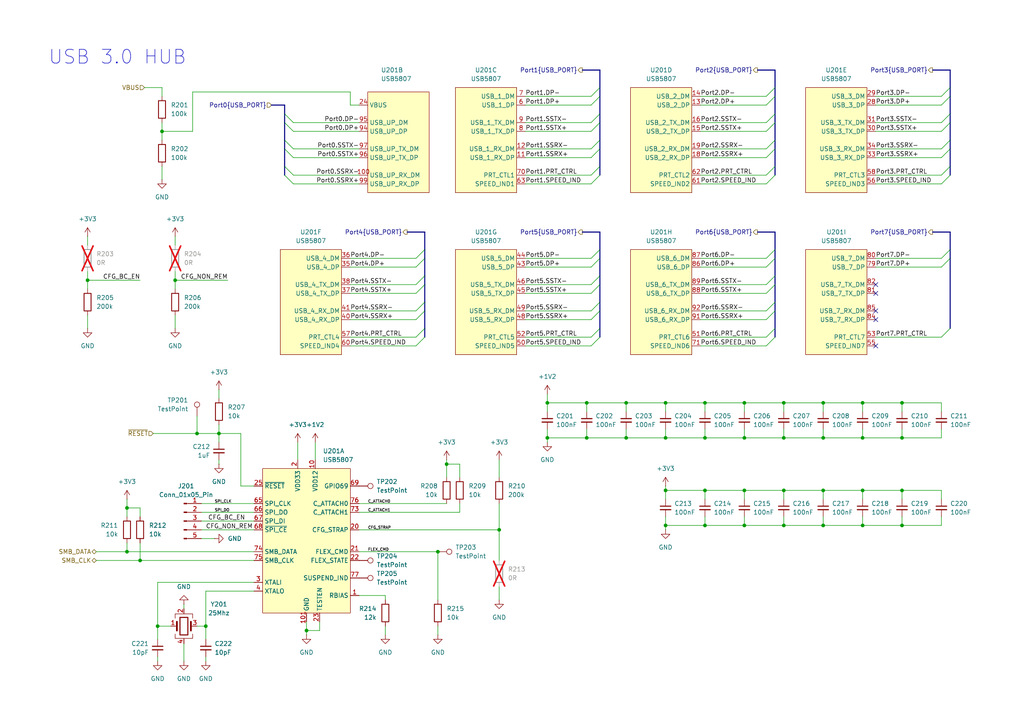
<source format=kicad_sch>
(kicad_sch (version 20231120) (generator "eeschema") (generator_version "8.0")
  (paper "A4")
  (title_block (title "USB3 Hub") (date "${date}") (rev "${revision}") (company "Fabian Pflug"))
  (bus_alias "USB_PORT" (members "DP-" "DP+" "SSRX-" "SSRX+" "SSTX-" "SSTX+" "PRT_CTRL" "SPEED_IND"))
  (junction (at 181.61 127))
  (junction (at 261.62 127))
  (junction (at 88.9 182.88))
  (junction (at 250.19 152.4))
  (junction (at 204.47 116.84))
  (junction (at 193.04 152.4))
  (junction (at 204.47 152.4))
  (junction (at 227.33 116.84))
  (junction (at 227.33 152.4))
  (junction (at 46.99 38.1))
  (junction (at 40.64 162.56))
  (junction (at 250.19 142.24))
  (junction (at 129.54 134.62))
  (junction (at 36.83 147.32))
  (junction (at 25.4 81.28))
  (junction (at 250.19 127))
  (junction (at 158.75 127))
  (junction (at 45.72 181.61))
  (junction (at 193.04 127))
  (junction (at 261.62 152.4))
  (junction (at 215.9 116.84))
  (junction (at 144.78 153.67))
  (junction (at 63.5 125.73))
  (junction (at 227.33 142.24))
  (junction (at 238.76 127))
  (junction (at 193.04 142.24))
  (junction (at 238.76 116.84))
  (junction (at 127 160.02))
  (junction (at 261.62 142.24))
  (junction (at 36.83 160.02))
  (junction (at 215.9 142.24))
  (junction (at 215.9 127))
  (junction (at 59.69 181.61))
  (junction (at 215.9 152.4))
  (junction (at 250.19 116.84))
  (junction (at 170.18 116.84))
  (junction (at 227.33 127))
  (junction (at 193.04 116.84))
  (junction (at 170.18 127))
  (junction (at 238.76 152.4))
  (junction (at 204.47 142.24))
  (junction (at 50.8 81.28))
  (junction (at 57.15 125.73))
  (junction (at 158.75 116.84))
  (junction (at 238.76 142.24))
  (junction (at 261.62 116.84))
  (junction (at 181.61 116.84))
  (junction (at 204.47 127))
  (no_connect (at 254 92.71))
  (no_connect (at 254 90.17))
  (no_connect (at 254 82.55))
  (no_connect (at 254 85.09))
  (no_connect (at 254 100.33))
  (bus_entry (at 173.99 90.17) (size -2.54 2.54))
  (bus_entry (at 275.59 72.39) (size -2.54 2.54))
  (bus_entry (at 123.19 97.79) (size -2.54 2.54))
  (bus_entry (at 224.79 33.02) (size -2.54 2.54))
  (bus_entry (at 173.99 82.55) (size -2.54 2.54))
  (bus_entry (at 82.55 48.26) (size 2.54 2.54))
  (bus_entry (at 173.99 87.63) (size -2.54 2.54))
  (bus_entry (at 82.55 40.64) (size 2.54 2.54))
  (bus_entry (at 224.79 74.93) (size -2.54 2.54))
  (bus_entry (at 123.19 90.17) (size -2.54 2.54))
  (bus_entry (at 224.79 82.55) (size -2.54 2.54))
  (bus_entry (at 173.99 43.18) (size -2.54 2.54))
  (bus_entry (at 275.59 50.8) (size -2.54 2.54))
  (bus_entry (at 123.19 72.39) (size -2.54 2.54))
  (bus_entry (at 173.99 25.4) (size -2.54 2.54))
  (bus_entry (at 173.99 40.64) (size -2.54 2.54))
  (bus_entry (at 173.99 48.26) (size -2.54 2.54))
  (bus_entry (at 173.99 97.79) (size -2.54 2.54))
  (bus_entry (at 224.79 72.39) (size -2.54 2.54))
  (bus_entry (at 123.19 80.01) (size -2.54 2.54))
  (bus_entry (at 224.79 43.18) (size -2.54 2.54))
  (bus_entry (at 275.59 48.26) (size -2.54 2.54))
  (bus_entry (at 82.55 50.8) (size 2.54 2.54))
  (bus_entry (at 224.79 48.26) (size -2.54 2.54))
  (bus_entry (at 275.59 35.56) (size -2.54 2.54))
  (bus_entry (at 275.59 95.25) (size -2.54 2.54))
  (bus_entry (at 224.79 90.17) (size -2.54 2.54))
  (bus_entry (at 123.19 95.25) (size -2.54 2.54))
  (bus_entry (at 224.79 25.4) (size -2.54 2.54))
  (bus_entry (at 224.79 27.94) (size -2.54 2.54))
  (bus_entry (at 224.79 97.79) (size -2.54 2.54))
  (bus_entry (at 123.19 82.55) (size -2.54 2.54))
  (bus_entry (at 123.19 74.93) (size -2.54 2.54))
  (bus_entry (at 173.99 27.94) (size -2.54 2.54))
  (bus_entry (at 224.79 95.25) (size -2.54 2.54))
  (bus_entry (at 173.99 95.25) (size -2.54 2.54))
  (bus_entry (at 173.99 74.93) (size -2.54 2.54))
  (bus_entry (at 82.55 43.18) (size 2.54 2.54))
  (bus_entry (at 123.19 87.63) (size -2.54 2.54))
  (bus_entry (at 275.59 74.93) (size -2.54 2.54))
  (bus_entry (at 224.79 40.64) (size -2.54 2.54))
  (bus_entry (at 82.55 33.02) (size 2.54 2.54))
  (bus_entry (at 275.59 25.4) (size -2.54 2.54))
  (bus_entry (at 173.99 72.39) (size -2.54 2.54))
  (bus_entry (at 275.59 33.02) (size -2.54 2.54))
  (bus_entry (at 275.59 27.94) (size -2.54 2.54))
  (bus_entry (at 173.99 50.8) (size -2.54 2.54))
  (bus_entry (at 224.79 80.01) (size -2.54 2.54))
  (bus_entry (at 173.99 80.01) (size -2.54 2.54))
  (bus_entry (at 224.79 87.63) (size -2.54 2.54))
  (bus_entry (at 275.59 43.18) (size -2.54 2.54))
  (bus_entry (at 275.59 40.64) (size -2.54 2.54))
  (bus_entry (at 173.99 33.02) (size -2.54 2.54))
  (bus_entry (at 82.55 35.56) (size 2.54 2.54))
  (bus_entry (at 224.79 35.56) (size -2.54 2.54))
  (bus_entry (at 224.79 50.8) (size -2.54 2.54))
  (bus_entry (at 173.99 35.56) (size -2.54 2.54))
  (wire (pts (xy 250.19 142.24) (xy 250.19 144.78)))
  (bus (pts (xy 270.51 67.31) (xy 275.59 67.31)))
  (wire (pts (xy 238.76 124.46) (xy 238.76 127)))
  (wire (pts (xy 101.6 74.93) (xy 120.65 74.93)))
  (bus (pts (xy 275.59 72.39) (xy 275.59 74.93)))
  (wire (pts (xy 193.04 152.4) (xy 193.04 153.67)))
  (bus (pts (xy 82.55 48.26) (xy 82.55 50.8)))
  (bus (pts (xy 82.55 30.48) (xy 82.55 33.02)))
  (wire (pts (xy 215.9 116.84) (xy 227.33 116.84)))
  (bus (pts (xy 275.59 35.56) (xy 275.59 40.64)))
  (bus (pts (xy 173.99 74.93) (xy 173.99 80.01)))
  (wire (pts (xy 261.62 142.24) (xy 250.19 142.24)))
  (bus (pts (xy 275.59 40.64) (xy 275.59 43.18)))
  (wire (pts (xy 152.4 85.09) (xy 171.45 85.09)))
  (wire (pts (xy 25.4 91.44) (xy 25.4 95.25)))
  (wire (pts (xy 101.6 26.67) (xy 55.88 26.67)))
  (wire (pts (xy 69.85 125.73) (xy 69.85 140.97)))
  (wire (pts (xy 101.6 77.47) (xy 120.65 77.47)))
  (wire (pts (xy 261.62 149.86) (xy 261.62 152.4)))
  (wire (pts (xy 158.75 116.84) (xy 158.75 119.38)))
  (wire (pts (xy 152.4 50.8) (xy 171.45 50.8)))
  (bus (pts (xy 224.79 40.64) (xy 224.79 43.18)))
  (wire (pts (xy 273.05 149.86) (xy 273.05 152.4)))
  (wire (pts (xy 92.71 182.88) (xy 88.9 182.88)))
  (wire (pts (xy 204.47 116.84) (xy 204.47 119.38)))
  (bus (pts (xy 78.74 30.48) (xy 82.55 30.48)))
  (wire (pts (xy 254 27.94) (xy 273.05 27.94)))
  (bus (pts (xy 123.19 72.39) (xy 123.19 74.93)))
  (wire (pts (xy 63.5 113.03) (xy 63.5 115.57)))
  (bus (pts (xy 82.55 40.64) (xy 82.55 43.18)))
  (wire (pts (xy 36.83 147.32) (xy 36.83 149.86)))
  (wire (pts (xy 46.99 25.4) (xy 46.99 27.94)))
  (wire (pts (xy 152.4 35.56) (xy 171.45 35.56)))
  (wire (pts (xy 45.72 190.5) (xy 45.72 191.77)))
  (wire (pts (xy 101.6 30.48) (xy 101.6 26.67)))
  (wire (pts (xy 63.5 133.35) (xy 63.5 134.62)))
  (bus (pts (xy 123.19 80.01) (xy 123.19 82.55)))
  (wire (pts (xy 41.91 25.4) (xy 46.99 25.4)))
  (bus (pts (xy 168.91 20.32) (xy 173.99 20.32)))
  (wire (pts (xy 104.14 50.8) (xy 85.09 50.8)))
  (wire (pts (xy 36.83 157.48) (xy 36.83 160.02)))
  (bus (pts (xy 123.19 74.93) (xy 123.19 80.01)))
  (wire (pts (xy 152.4 97.79) (xy 171.45 97.79)))
  (bus (pts (xy 173.99 95.25) (xy 173.99 97.79)))
  (wire (pts (xy 158.75 127) (xy 158.75 128.27)))
  (wire (pts (xy 104.14 35.56) (xy 85.09 35.56)))
  (wire (pts (xy 127 181.61) (xy 127 184.15)))
  (bus (pts (xy 224.79 87.63) (xy 224.79 90.17)))
  (bus (pts (xy 275.59 20.32) (xy 275.59 25.4)))
  (wire (pts (xy 215.9 142.24) (xy 204.47 142.24)))
  (wire (pts (xy 158.75 114.3) (xy 158.75 116.84)))
  (wire (pts (xy 250.19 152.4) (xy 238.76 152.4)))
  (wire (pts (xy 152.4 38.1) (xy 171.45 38.1)))
  (wire (pts (xy 254 43.18) (xy 273.05 43.18)))
  (wire (pts (xy 152.4 77.47) (xy 171.45 77.47)))
  (wire (pts (xy 170.18 116.84) (xy 158.75 116.84)))
  (bus (pts (xy 275.59 33.02) (xy 275.59 35.56)))
  (wire (pts (xy 181.61 124.46) (xy 181.61 127)))
  (wire (pts (xy 104.14 160.02) (xy 127 160.02)))
  (wire (pts (xy 181.61 116.84) (xy 181.61 119.38)))
  (wire (pts (xy 25.4 81.28) (xy 25.4 83.82)))
  (wire (pts (xy 203.2 45.72) (xy 222.25 45.72)))
  (wire (pts (xy 69.85 140.97) (xy 73.66 140.97)))
  (wire (pts (xy 46.99 38.1) (xy 46.99 40.64)))
  (wire (pts (xy 36.83 160.02) (xy 73.66 160.02)))
  (wire (pts (xy 254 38.1) (xy 273.05 38.1)))
  (wire (pts (xy 152.4 100.33) (xy 171.45 100.33)))
  (wire (pts (xy 273.05 144.78) (xy 273.05 142.24)))
  (wire (pts (xy 152.4 74.93) (xy 171.45 74.93)))
  (wire (pts (xy 27.94 160.02) (xy 36.83 160.02)))
  (wire (pts (xy 254 77.47) (xy 273.05 77.47)))
  (wire (pts (xy 40.64 147.32) (xy 36.83 147.32)))
  (wire (pts (xy 203.2 82.55) (xy 222.25 82.55)))
  (wire (pts (xy 261.62 119.38) (xy 261.62 116.84)))
  (wire (pts (xy 170.18 116.84) (xy 181.61 116.84)))
  (wire (pts (xy 129.54 134.62) (xy 129.54 138.43)))
  (wire (pts (xy 45.72 181.61) (xy 49.53 181.61)))
  (wire (pts (xy 203.2 50.8) (xy 222.25 50.8)))
  (wire (pts (xy 204.47 149.86) (xy 204.47 152.4)))
  (wire (pts (xy 181.61 127) (xy 170.18 127)))
  (wire (pts (xy 73.66 168.91) (xy 45.72 168.91)))
  (wire (pts (xy 193.04 140.97) (xy 193.04 142.24)))
  (bus (pts (xy 275.59 67.31) (xy 275.59 72.39)))
  (bus (pts (xy 224.79 33.02) (xy 224.79 35.56)))
  (wire (pts (xy 215.9 124.46) (xy 215.9 127)))
  (bus (pts (xy 168.91 67.31) (xy 173.99 67.31)))
  (wire (pts (xy 273.05 142.24) (xy 261.62 142.24)))
  (wire (pts (xy 91.44 128.27) (xy 91.44 133.35)))
  (wire (pts (xy 203.2 77.47) (xy 222.25 77.47)))
  (wire (pts (xy 250.19 149.86) (xy 250.19 152.4)))
  (wire (pts (xy 104.14 38.1) (xy 85.09 38.1)))
  (wire (pts (xy 152.4 82.55) (xy 171.45 82.55)))
  (wire (pts (xy 58.42 153.67) (xy 73.66 153.67)))
  (bus (pts (xy 173.99 67.31) (xy 173.99 72.39)))
  (wire (pts (xy 40.64 162.56) (xy 73.66 162.56)))
  (bus (pts (xy 224.79 95.25) (xy 224.79 97.79)))
  (bus (pts (xy 173.99 33.02) (xy 173.99 35.56)))
  (wire (pts (xy 203.2 53.34) (xy 222.25 53.34)))
  (wire (pts (xy 25.4 78.74) (xy 25.4 81.28)))
  (wire (pts (xy 254 53.34) (xy 273.05 53.34)))
  (wire (pts (xy 203.2 38.1) (xy 222.25 38.1)))
  (wire (pts (xy 133.35 138.43) (xy 133.35 134.62)))
  (wire (pts (xy 273.05 127) (xy 261.62 127)))
  (bus (pts (xy 173.99 27.94) (xy 173.99 33.02)))
  (wire (pts (xy 193.04 142.24) (xy 193.04 144.78)))
  (bus (pts (xy 224.79 20.32) (xy 224.79 25.4)))
  (wire (pts (xy 238.76 116.84) (xy 250.19 116.84)))
  (wire (pts (xy 204.47 127) (xy 193.04 127)))
  (wire (pts (xy 133.35 134.62) (xy 129.54 134.62)))
  (wire (pts (xy 273.05 119.38) (xy 273.05 116.84)))
  (wire (pts (xy 50.8 81.28) (xy 50.8 83.82)))
  (wire (pts (xy 227.33 116.84) (xy 227.33 119.38)))
  (wire (pts (xy 215.9 149.86) (xy 215.9 152.4)))
  (wire (pts (xy 53.34 186.69) (xy 53.34 191.77)))
  (bus (pts (xy 82.55 35.56) (xy 82.55 40.64)))
  (wire (pts (xy 59.69 171.45) (xy 59.69 181.61)))
  (bus (pts (xy 224.79 35.56) (xy 224.79 40.64)))
  (bus (pts (xy 224.79 27.94) (xy 224.79 33.02)))
  (wire (pts (xy 144.78 153.67) (xy 144.78 162.56)))
  (wire (pts (xy 50.8 68.58) (xy 50.8 71.12)))
  (wire (pts (xy 59.69 190.5) (xy 59.69 191.77)))
  (wire (pts (xy 44.45 125.73) (xy 57.15 125.73)))
  (wire (pts (xy 204.47 152.4) (xy 193.04 152.4)))
  (wire (pts (xy 69.85 125.73) (xy 63.5 125.73)))
  (wire (pts (xy 58.42 156.21) (xy 62.23 156.21)))
  (wire (pts (xy 203.2 30.48) (xy 222.25 30.48)))
  (bus (pts (xy 270.51 20.32) (xy 275.59 20.32)))
  (wire (pts (xy 254 30.48) (xy 273.05 30.48)))
  (wire (pts (xy 204.47 142.24) (xy 193.04 142.24)))
  (wire (pts (xy 55.88 26.67) (xy 55.88 38.1)))
  (wire (pts (xy 273.05 152.4) (xy 261.62 152.4)))
  (wire (pts (xy 88.9 180.34) (xy 88.9 182.88)))
  (wire (pts (xy 254 97.79) (xy 273.05 97.79)))
  (wire (pts (xy 152.4 45.72) (xy 171.45 45.72)))
  (wire (pts (xy 57.15 120.65) (xy 57.15 125.73)))
  (bus (pts (xy 173.99 72.39) (xy 173.99 74.93)))
  (wire (pts (xy 36.83 144.78) (xy 36.83 147.32)))
  (wire (pts (xy 261.62 152.4) (xy 250.19 152.4)))
  (wire (pts (xy 152.4 53.34) (xy 171.45 53.34)))
  (wire (pts (xy 104.14 53.34) (xy 85.09 53.34)))
  (wire (pts (xy 193.04 127) (xy 181.61 127)))
  (bus (pts (xy 123.19 67.31) (xy 123.19 72.39)))
  (bus (pts (xy 123.19 87.63) (xy 123.19 90.17)))
  (bus (pts (xy 224.79 74.93) (xy 224.79 80.01)))
  (wire (pts (xy 101.6 82.55) (xy 120.65 82.55)))
  (wire (pts (xy 25.4 68.58) (xy 25.4 71.12)))
  (wire (pts (xy 58.42 148.59) (xy 73.66 148.59)))
  (wire (pts (xy 170.18 119.38) (xy 170.18 116.84)))
  (wire (pts (xy 261.62 116.84) (xy 273.05 116.84)))
  (wire (pts (xy 238.76 116.84) (xy 238.76 119.38)))
  (wire (pts (xy 204.47 144.78) (xy 204.47 142.24)))
  (wire (pts (xy 152.4 92.71) (xy 171.45 92.71)))
  (wire (pts (xy 45.72 185.42) (xy 45.72 181.61)))
  (wire (pts (xy 204.47 116.84) (xy 215.9 116.84)))
  (wire (pts (xy 203.2 35.56) (xy 222.25 35.56)))
  (wire (pts (xy 101.6 100.33) (xy 120.65 100.33)))
  (wire (pts (xy 238.76 149.86) (xy 238.76 152.4)))
  (wire (pts (xy 158.75 124.46) (xy 158.75 127)))
  (wire (pts (xy 63.5 125.73) (xy 63.5 128.27)))
  (wire (pts (xy 133.35 146.05) (xy 133.35 148.59)))
  (wire (pts (xy 204.47 124.46) (xy 204.47 127)))
  (wire (pts (xy 238.76 142.24) (xy 227.33 142.24)))
  (wire (pts (xy 111.76 172.72) (xy 104.14 172.72)))
  (wire (pts (xy 250.19 116.84) (xy 250.19 119.38)))
  (bus (pts (xy 173.99 43.18) (xy 173.99 48.26)))
  (wire (pts (xy 181.61 116.84) (xy 193.04 116.84)))
  (wire (pts (xy 152.4 43.18) (xy 171.45 43.18)))
  (wire (pts (xy 40.64 157.48) (xy 40.64 162.56)))
  (wire (pts (xy 25.4 81.28) (xy 40.64 81.28)))
  (wire (pts (xy 261.62 124.46) (xy 261.62 127)))
  (bus (pts (xy 219.71 20.32) (xy 224.79 20.32)))
  (wire (pts (xy 203.2 97.79) (xy 222.25 97.79)))
  (wire (pts (xy 59.69 185.42) (xy 59.69 181.61)))
  (wire (pts (xy 144.78 133.35) (xy 144.78 138.43)))
  (wire (pts (xy 101.6 92.71) (xy 120.65 92.71)))
  (wire (pts (xy 250.19 127) (xy 238.76 127)))
  (wire (pts (xy 58.42 151.13) (xy 73.66 151.13)))
  (wire (pts (xy 57.15 125.73) (xy 63.5 125.73)))
  (wire (pts (xy 104.14 146.05) (xy 129.54 146.05)))
  (bus (pts (xy 275.59 43.18) (xy 275.59 48.26)))
  (wire (pts (xy 215.9 116.84) (xy 215.9 119.38)))
  (wire (pts (xy 203.2 27.94) (xy 222.25 27.94)))
  (wire (pts (xy 58.42 146.05) (xy 73.66 146.05)))
  (wire (pts (xy 261.62 142.24) (xy 261.62 144.78)))
  (wire (pts (xy 57.15 181.61) (xy 59.69 181.61)))
  (wire (pts (xy 50.8 78.74) (xy 50.8 81.28)))
  (wire (pts (xy 227.33 127) (xy 215.9 127)))
  (bus (pts (xy 173.99 40.64) (xy 173.99 43.18)))
  (bus (pts (xy 173.99 35.56) (xy 173.99 40.64)))
  (bus (pts (xy 118.11 67.31) (xy 123.19 67.31)))
  (wire (pts (xy 111.76 181.61) (xy 111.76 184.15)))
  (wire (pts (xy 152.4 90.17) (xy 171.45 90.17)))
  (wire (pts (xy 215.9 142.24) (xy 215.9 144.78)))
  (wire (pts (xy 193.04 116.84) (xy 193.04 119.38)))
  (wire (pts (xy 50.8 81.28) (xy 66.04 81.28)))
  (wire (pts (xy 215.9 152.4) (xy 204.47 152.4)))
  (wire (pts (xy 86.36 128.27) (xy 86.36 133.35)))
  (wire (pts (xy 203.2 74.93) (xy 222.25 74.93)))
  (wire (pts (xy 55.88 38.1) (xy 46.99 38.1)))
  (wire (pts (xy 227.33 142.24) (xy 215.9 142.24)))
  (wire (pts (xy 104.14 153.67) (xy 144.78 153.67)))
  (bus (pts (xy 173.99 90.17) (xy 173.99 95.25)))
  (bus (pts (xy 82.55 33.02) (xy 82.55 35.56)))
  (bus (pts (xy 275.59 27.94) (xy 275.59 33.02)))
  (wire (pts (xy 250.19 116.84) (xy 261.62 116.84)))
  (wire (pts (xy 46.99 48.26) (xy 46.99 52.07)))
  (bus (pts (xy 173.99 48.26) (xy 173.99 50.8)))
  (wire (pts (xy 152.4 30.48) (xy 171.45 30.48)))
  (wire (pts (xy 203.2 85.09) (xy 222.25 85.09)))
  (wire (pts (xy 203.2 100.33) (xy 222.25 100.33)))
  (wire (pts (xy 144.78 146.05) (xy 144.78 153.67)))
  (bus (pts (xy 224.79 80.01) (xy 224.79 82.55)))
  (bus (pts (xy 123.19 82.55) (xy 123.19 87.63)))
  (wire (pts (xy 170.18 124.46) (xy 170.18 127)))
  (wire (pts (xy 92.71 180.34) (xy 92.71 182.88)))
  (bus (pts (xy 82.55 43.18) (xy 82.55 48.26)))
  (wire (pts (xy 250.19 142.24) (xy 238.76 142.24)))
  (bus (pts (xy 173.99 20.32) (xy 173.99 25.4)))
  (wire (pts (xy 127 160.02) (xy 127 173.99)))
  (wire (pts (xy 203.2 92.71) (xy 222.25 92.71)))
  (wire (pts (xy 193.04 149.86) (xy 193.04 152.4)))
  (wire (pts (xy 215.9 127) (xy 204.47 127)))
  (wire (pts (xy 273.05 124.46) (xy 273.05 127)))
  (wire (pts (xy 170.18 127) (xy 158.75 127)))
  (wire (pts (xy 227.33 152.4) (xy 215.9 152.4)))
  (bus (pts (xy 275.59 48.26) (xy 275.59 50.8)))
  (bus (pts (xy 173.99 82.55) (xy 173.99 87.63)))
  (bus (pts (xy 224.79 90.17) (xy 224.79 95.25)))
  (bus (pts (xy 219.71 67.31) (xy 224.79 67.31)))
  (wire (pts (xy 254 45.72) (xy 273.05 45.72)))
  (wire (pts (xy 238.76 152.4) (xy 227.33 152.4)))
  (wire (pts (xy 46.99 35.56) (xy 46.99 38.1)))
  (wire (pts (xy 250.19 124.46) (xy 250.19 127)))
  (wire (pts (xy 63.5 125.73) (xy 63.5 123.19)))
  (wire (pts (xy 144.78 170.18) (xy 144.78 173.99)))
  (wire (pts (xy 254 35.56) (xy 273.05 35.56)))
  (wire (pts (xy 27.94 162.56) (xy 40.64 162.56)))
  (wire (pts (xy 101.6 90.17) (xy 120.65 90.17)))
  (wire (pts (xy 50.8 91.44) (xy 50.8 95.25)))
  (wire (pts (xy 203.2 90.17) (xy 222.25 90.17)))
  (wire (pts (xy 193.04 124.46) (xy 193.04 127)))
  (bus (pts (xy 224.79 72.39) (xy 224.79 74.93)))
  (wire (pts (xy 104.14 30.48) (xy 101.6 30.48)))
  (wire (pts (xy 88.9 182.88) (xy 88.9 184.15)))
  (wire (pts (xy 53.34 175.26) (xy 53.34 176.53)))
  (bus (pts (xy 224.79 48.26) (xy 224.79 50.8)))
  (bus (pts (xy 275.59 74.93) (xy 275.59 95.25)))
  (bus (pts (xy 173.99 80.01) (xy 173.99 82.55)))
  (bus (pts (xy 123.19 90.17) (xy 123.19 95.25)))
  (wire (pts (xy 227.33 149.86) (xy 227.33 152.4)))
  (wire (pts (xy 104.14 43.18) (xy 85.09 43.18)))
  (wire (pts (xy 203.2 43.18) (xy 222.25 43.18)))
  (bus (pts (xy 173.99 87.63) (xy 173.99 90.17)))
  (wire (pts (xy 227.33 124.46) (xy 227.33 127)))
  (wire (pts (xy 152.4 27.94) (xy 171.45 27.94)))
  (wire (pts (xy 227.33 116.84) (xy 238.76 116.84)))
  (wire (pts (xy 133.35 148.59) (xy 104.14 148.59)))
  (bus (pts (xy 224.79 67.31) (xy 224.79 72.39)))
  (bus (pts (xy 275.59 25.4) (xy 275.59 27.94)))
  (wire (pts (xy 40.64 149.86) (xy 40.64 147.32)))
  (wire (pts (xy 238.76 142.24) (xy 238.76 144.78)))
  (wire (pts (xy 238.76 127) (xy 227.33 127)))
  (wire (pts (xy 59.69 171.45) (xy 73.66 171.45)))
  (bus (pts (xy 224.79 25.4) (xy 224.79 27.94)))
  (bus (pts (xy 173.99 25.4) (xy 173.99 27.94)))
  (wire (pts (xy 254 50.8) (xy 273.05 50.8)))
  (bus (pts (xy 224.79 82.55) (xy 224.79 87.63)))
  (wire (pts (xy 227.33 142.24) (xy 227.33 144.78)))
  (wire (pts (xy 45.72 168.91) (xy 45.72 181.61)))
  (wire (pts (xy 111.76 173.99) (xy 111.76 172.72)))
  (wire (pts (xy 261.62 127) (xy 250.19 127)))
  (wire (pts (xy 193.04 116.84) (xy 204.47 116.84)))
  (wire (pts (xy 104.14 45.72) (xy 85.09 45.72)))
  (wire (pts (xy 101.6 85.09) (xy 120.65 85.09)))
  (bus (pts (xy 224.79 43.18) (xy 224.79 48.26)))
  (wire (pts (xy 101.6 97.79) (xy 120.65 97.79)))
  (wire (pts (xy 129.54 133.35) (xy 129.54 134.62)))
  (wire (pts (xy 254 74.93) (xy 273.05 74.93)))
  (bus (pts (xy 123.19 95.25) (xy 123.19 97.79)))
  (text "USB 3.0 HUB" (at 13.97 19.05 0) (effects (font (size 4 4)) (justify left bottom)))
  (label "Port6.SSTX-" (at 203.2 82.55 0))
  (label "Port2.SPEED_IND" (at 203.2 53.34 0))
  (label "Port5.SSTX+" (at 152.4 85.09 0))
  (label "Port0.DP+" (at 104.14 38.1 180))
  (label "Port3.DP-" (at 254 27.94 0))
  (label "Port0.SSRX+" (at 104.14 53.34 180))
  (label "Port1.PRT_CTRL" (at 152.4 50.8 0))
  (label "Port2.SSTX-" (at 203.2 35.56 0))
  (label "Port0.SSTX+" (at 104.14 45.72 180))
  (label "Port6.SSRX-" (at 203.2 90.17 0))
  (label "Port3.SPEED_IND" (at 254 53.34 0))
  (label "Port3.PRT_CTRL" (at 254 50.8 0))
  (label "Port7.DP-" (at 254 74.93 0))
  (label "Port3.DP+" (at 254 30.48 0))
  (label "CFG_NON_REM" (at 66.04 81.28 180))
  (label "Port5.SSTX-" (at 152.4 82.55 0))
  (label "Port3.SSTX+" (at 254 38.1 0))
  (label "Port6.SSTX+" (at 203.2 85.09 0))
  (label "Port1.SPEED_IND" (at 152.4 53.34 0))
  (label "SPI_CLK" (at 62.23 146.05 0) (effects (font (size 0.8 0.8))))
  (label "Port1.DP-" (at 152.4 27.94 0))
  (label "Port0.DP-" (at 104.14 35.56 180))
  (label "Port3.SSRX+" (at 254 45.72 0))
  (label "Port1.SSRX-" (at 152.4 43.18 0))
  (label "Port3.SSRX-" (at 254 43.18 0))
  (label "Port5.PRT_CTRL" (at 152.4 97.79 0))
  (label "Port4.DP+" (at 101.6 77.47 0))
  (label "Port2.DP-" (at 203.2 27.94 0))
  (label "Port0.SSRX-" (at 104.14 50.8 180))
  (label "Port0.SSTX-" (at 104.14 43.18 180))
  (label "Port7.DP+" (at 254 77.47 0))
  (label "Port1.SSTX-" (at 152.4 35.56 0))
  (label "FLEX_CMD" (at 106.68 160.02 0) (effects (font (size 0.8 0.8))))
  (label "CFG_BC_EN" (at 71.12 151.13 180))
  (label "C_ATTACH0" (at 106.68 146.05 0) (effects (font (size 0.8 0.8))))
  (label "CFG_NON_REM" (at 59.69 153.67 0))
  (label "Port2.PRT_CTRL" (at 203.2 50.8 0))
  (label "Port4.DP-" (at 101.6 74.93 0))
  (label "CFG_STRAP" (at 106.68 153.67 0) (effects (font (size 0.8 0.8))))
  (label "Port4.SPEED_IND" (at 101.6 100.33 0))
  (label "Port4.SSTX+" (at 101.6 85.09 0))
  (label "Port1.SSTX+" (at 152.4 38.1 0))
  (label "C_ATTACH1" (at 106.68 148.59 0) (effects (font (size 0.8 0.8))))
  (label "Port6.SPEED_IND" (at 203.2 100.33 0))
  (label "Port5.DP+" (at 152.4 77.47 0))
  (label "Port1.DP+" (at 152.4 30.48 0))
  (label "Port4.SSRX-" (at 101.6 90.17 0))
  (label "Port2.SSTX+" (at 203.2 38.1 0))
  (label "Port4.PRT_CTRL" (at 101.6 97.79 0))
  (label "Port5.SSRX+" (at 152.4 92.71 0))
  (label "Port2.DP+" (at 203.2 30.48 0))
  (label "Port2.SSRX+" (at 203.2 45.72 0))
  (label "Port4.SSTX-" (at 101.6 82.55 0))
  (label "Port6.DP+" (at 203.2 77.47 0))
  (label "Port6.PRT_CTRL" (at 203.2 97.79 0))
  (label "Port5.DP-" (at 152.4 74.93 0))
  (label "Port4.SSRX+" (at 101.6 92.71 0))
  (label "Port1.SSRX+" (at 152.4 45.72 0))
  (label "Port3.SSTX-" (at 254 35.56 0))
  (label "SPI_DO" (at 62.23 148.59 0) (effects (font (size 0.8 0.8))))
  (label "Port7.PRT_CTRL" (at 254 97.79 0))
  (label "Port6.SSRX+" (at 203.2 92.71 0))
  (label "Port5.SSRX-" (at 152.4 90.17 0))
  (label "Port2.SSRX-" (at 203.2 43.18 0))
  (label "Port6.DP-" (at 203.2 74.93 0))
  (label "CFG_BC_EN" (at 40.64 81.28 180))
  (label "Port5.SPEED_IND" (at 152.4 100.33 0))
  (hierarchical_label "Port6{USB_PORT}" (shape output) (at 219.71 67.31 180))
  (hierarchical_label "Port7{USB_PORT}" (shape output) (at 270.51 67.31 180))
  (hierarchical_label "VBUS" (shape input) (at 41.91 25.4 180))
  (hierarchical_label "SMB_DATA" (shape bidirectional) (at 27.94 160.02 180))
  (hierarchical_label "Port1{USB_PORT}" (shape output) (at 168.91 20.32 180))
  (hierarchical_label "Port5{USB_PORT}" (shape output) (at 168.91 67.31 180))
  (hierarchical_label "Port4{USB_PORT}" (shape output) (at 118.11 67.31 180))
  (hierarchical_label "SMB_CLK" (shape bidirectional) (at 27.94 162.56 180))
  (hierarchical_label "Port3{USB_PORT}" (shape output) (at 270.51 20.32 180))
  (hierarchical_label "Port0{USB_PORT}" (shape input) (at 78.74 30.48 180))
  (hierarchical_label "Port2{USB_PORT}" (shape output) (at 219.71 20.32 180))
  (hierarchical_label "~{RESET}" (shape input) (at 44.45 125.73 180))
  (symbol (lib_id "power:+3V3") (at 63.5 113.03 0) (unit 1)
    (property "Reference" "#PWR0206" (effects (hide yes)))
    (property "Value" "+3V3" (at 63.5 107.95 0))
    (property "Description" "Power symbol creates a global label with name \"+3V3\"" (effects (hide yes)))
  )
  (symbol (lib_id "power:+3V3") (at 129.54 133.35 0) (unit 1)
    (property "Reference" "#PWR0211" (effects (hide yes)))
    (property "Value" "+3V3" (at 129.54 128.27 0))
    (property "Description" "Power symbol creates a global label with name \"+3V3\"" (effects (hide yes)))
  )
  (symbol (lib_id "Device:C_Small") (at 227.33 147.32 0) (unit 1)
    (property "Reference" "C216" (at 229.87 146.0562 0) (effects (justify left)))
    (property "Value" "100nF" (at 229.87 148.5962 0) (effects (justify left)))
    (property "Footprint" "Capacitor_SMD:C_0402_1005Metric" (effects (hide yes)))
    (property "Description" "Unpolarized capacitor, small symbol" (effects (hide yes)))
  )
  (symbol (lib_id "power:+1V2") (at 91.44 128.27 0) (unit 1)
    (property "Reference" "#PWR0209" (effects (hide yes)))
    (property "Value" "+1V2" (at 91.44 123.19 0))
    (property "Description" "Power symbol creates a global label with name \"+1V2\"" (effects (hide yes)))
  )
  (symbol (lib_id "Device:R") (at 127 177.8 0) (unit 1)
    (property "Reference" "R215" (at 129.54 176.5299 0) (effects (justify left)))
    (property "Value" "10k" (at 129.54 179.0699 0) (effects (justify left)))
    (property "Footprint" "Resistor_SMD:R_0603_1608Metric" (effects (hide yes)))
    (property "Description" "Resistor" (effects (hide yes)))
  )
  (symbol (lib_id "Device:Crystal_GND24") (at 53.34 181.61 0) (unit 1)
    (property "Reference" "Y201" (at 63.5 175.26 0))
    (property "Value" "25Mhz" (at 63.5 177.8 0))
    (property "Footprint" "Crystal:Crystal_SMD_Abracon_ABM8G-4Pin_3.2x2.5mm" (effects (hide yes)))
    (property "Description" "Four pin crystal, GND on pins 2 and 4" (effects (hide yes)))
    (property "PartNo" "ABM8G-25.000MHZ-B4Y-T" (effects (hide yes)))
  )
  (symbol (lib_id "power:GND") (at 127 184.15 0) (unit 1)
    (property "Reference" "#PWR0222" (effects (hide yes)))
    (property "Value" "GND" (at 127 189.23 0))
    (property "Description" "Power symbol creates a global label with name \"GND\" , ground" (effects (hide yes)))
  )
  (symbol (lib_id "g-usb:USB5807") (at 233.68 102.87 0) (unit 9)
    (property "Reference" "U201" (at 242.57 67.31 0))
    (property "Value" "USB5807" (at 242.57 69.85 0))
    (property "Footprint" "g-Package_DFN:100-VQFN" (effects (hide yes)))
    (property "Datasheet" "https://ww1.microchip.com/downloads/aemDocuments/documents/UNG/ProductDocuments/DataSheets/USB5807C-Data-Sheet-DS00003182.pdf" (effects (hide yes)))
  )
  (symbol (lib_id "g-usb:USB5807") (at 132.08 102.87 0) (unit 7)
    (property "Reference" "U201" (at 140.97 67.31 0))
    (property "Value" "USB5807" (at 140.97 69.85 0))
    (property "Footprint" "g-Package_DFN:100-VQFN" (effects (hide yes)))
    (property "Datasheet" "https://ww1.microchip.com/downloads/aemDocuments/documents/UNG/ProductDocuments/DataSheets/USB5807C-Data-Sheet-DS00003182.pdf" (effects (hide yes)))
  )
  (symbol (lib_id "power:GND") (at 25.4 95.25 0) (unit 1)
    (property "Reference" "#PWR0204" (effects (hide yes)))
    (property "Value" "GND" (at 25.4 100.33 0))
    (property "Description" "Power symbol creates a global label with name \"GND\" , ground" (effects (hide yes)))
  )
  (symbol (lib_id "Connector:TestPoint") (at 104.14 162.56 270) (unit 1)
    (property "Reference" "TP204" (at 109.22 161.2899 90) (effects (justify left)))
    (property "Value" "TestPoint" (at 109.22 163.8299 90) (effects (justify left)))
    (property "Footprint" "Connector_PinHeader_2.54mm:PinHeader_1x01_P2.54mm_Vertical" (effects (hide yes)))
    (property "Description" "test point" (effects (hide yes)))
  )
  (symbol (lib_id "power:GND") (at 144.78 173.99 0) (unit 1)
    (property "Reference" "#PWR0218" (effects (hide yes)))
    (property "Value" "GND" (at 144.78 179.07 0))
    (property "Description" "Power symbol creates a global label with name \"GND\" , ground" (effects (hide yes)))
  )
  (symbol (lib_id "Device:R") (at 36.83 153.67 0) (mirror y) (unit 1)
    (property "Reference" "R211" (at 34.29 152.3999 0) (effects (justify left)))
    (property "Value" "10k" (at 34.29 154.9399 0) (effects (justify left)))
    (property "Footprint" "Resistor_SMD:R_0603_1608Metric" (effects (hide yes)))
    (property "Description" "Resistor" (effects (hide yes)))
  )
  (symbol (lib_id "g-usb:USB5807") (at 132.08 55.88 0) (unit 3)
    (property "Reference" "U201" (at 140.97 20.32 0))
    (property "Value" "USB5807" (at 140.97 22.86 0))
    (property "Footprint" "g-Package_DFN:100-VQFN" (effects (hide yes)))
    (property "Datasheet" "https://ww1.microchip.com/downloads/aemDocuments/documents/UNG/ProductDocuments/DataSheets/USB5807C-Data-Sheet-DS00003182.pdf" (effects (hide yes)))
  )
  (symbol (lib_id "power:+3V3") (at 193.04 140.97 0) (unit 1)
    (property "Reference" "#PWR0214" (effects (hide yes)))
    (property "Value" "+3V3" (at 193.04 135.89 0))
    (property "Description" "Power symbol creates a global label with name \"+3V3\"" (effects (hide yes)))
  )
  (symbol (lib_id "Device:R") (at 63.5 119.38 0) (unit 1)
    (property "Reference" "R207" (at 66.04 118.1099 0) (effects (justify left)))
    (property "Value" "10k" (at 66.04 120.6499 0) (effects (justify left)))
    (property "Footprint" "Resistor_SMD:R_0603_1608Metric" (effects (hide yes)))
    (property "Description" "Resistor" (effects (hide yes)))
  )
  (symbol (lib_id "power:GND") (at 53.34 175.26 180) (unit 1)
    (property "Reference" "#PWR0219" (effects (hide yes)))
    (property "Value" "GND" (at 53.34 170.18 0))
    (property "Description" "Power symbol creates a global label with name \"GND\" , ground" (effects (hide yes)))
  )
  (symbol (lib_id "Device:R") (at 46.99 31.75 0) (unit 1)
    (property "Reference" "R201" (at 49.53 30.4799 0) (effects (justify left)))
    (property "Value" "100k" (at 49.53 33.0199 0) (effects (justify left)))
    (property "Footprint" "Resistor_SMD:R_0603_1608Metric" (effects (hide yes)))
    (property "Description" "Resistor" (effects (hide yes)))
  )
  (symbol (lib_id "Device:R") (at 129.54 142.24 0) (mirror y) (unit 1)
    (property "Reference" "R208" (at 127 140.9699 0) (effects (justify left)))
    (property "Value" "10k" (at 127 143.5099 0) (effects (justify left)))
    (property "Footprint" "Resistor_SMD:R_0603_1608Metric" (effects (hide yes)))
    (property "Description" "Resistor" (effects (hide yes)))
  )
  (symbol (lib_id "g-usb:USB5807") (at 76.2 177.8 0) (unit 1)
    (property "Reference" "U201" (at 93.6341 130.81 0) (effects (justify left)))
    (property "Value" "USB5807" (at 93.6341 133.35 0) (effects (justify left)))
    (property "Footprint" "g-Package_DFN:100-VQFN" (effects (hide yes)))
    (property "Datasheet" "https://ww1.microchip.com/downloads/aemDocuments/documents/UNG/ProductDocuments/DataSheets/USB5807C-Data-Sheet-DS00003182.pdf" (effects (hide yes)))
  )
  (symbol (lib_id "g-usb:USB5807") (at 233.68 55.88 0) (unit 5)
    (property "Reference" "U201" (at 242.57 20.32 0))
    (property "Value" "USB5807" (at 242.57 22.86 0))
    (property "Footprint" "g-Package_DFN:100-VQFN" (effects (hide yes)))
    (property "Datasheet" "https://ww1.microchip.com/downloads/aemDocuments/documents/UNG/ProductDocuments/DataSheets/USB5807C-Data-Sheet-DS00003182.pdf" (effects (hide yes)))
  )
  (symbol (lib_id "Connector:TestPoint") (at 57.15 120.65 0) (mirror y) (unit 1)
    (property "Reference" "TP201" (at 54.61 116.0779 0) (effects (justify left)))
    (property "Value" "TestPoint" (at 54.61 118.6179 0) (effects (justify left)))
    (property "Footprint" "Connector_PinHeader_2.54mm:PinHeader_1x01_P2.54mm_Vertical" (effects (hide yes)))
    (property "Description" "test point" (effects (hide yes)))
  )
  (symbol (lib_id "power:GND") (at 45.72 191.77 0) (unit 1)
    (property "Reference" "#PWR0223" (effects (hide yes)))
    (property "Value" "GND" (at 45.72 196.85 0))
    (property "Description" "Power symbol creates a global label with name \"GND\" , ground" (effects (hide yes)))
  )
  (symbol (lib_id "Connector:TestPoint") (at 127 160.02 270) (unit 1)
    (property "Reference" "TP203" (at 132.08 158.7499 90) (effects (justify left)))
    (property "Value" "TestPoint" (at 132.08 161.2899 90) (effects (justify left)))
    (property "Footprint" "Connector_PinHeader_2.54mm:PinHeader_1x01_P2.54mm_Vertical" (effects (hide yes)))
    (property "Description" "test point" (effects (hide yes)))
  )
  (symbol (lib_id "power:GND") (at 62.23 156.21 90) (unit 1)
    (property "Reference" "#PWR0217" (effects (hide yes)))
    (property "Value" "GND" (at 66.04 156.2099 90) (effects (justify right)))
    (property "Description" "Power symbol creates a global label with name \"GND\" , ground" (effects (hide yes)))
  )
  (symbol (lib_id "Device:C_Small") (at 45.72 187.96 0) (mirror y) (unit 1)
    (property "Reference" "C221" (at 43.18 186.6962 0) (effects (justify left)))
    (property "Value" "10pF" (at 43.18 189.2362 0) (effects (justify left)))
    (property "Footprint" "Capacitor_SMD:C_0402_1005Metric" (effects (hide yes)))
    (property "Description" "Unpolarized capacitor, small symbol" (effects (hide yes)))
  )
  (symbol (lib_id "Device:C_Small") (at 215.9 121.92 0) (unit 1)
    (property "Reference" "C206" (at 218.44 120.6562 0) (effects (justify left)))
    (property "Value" "100nF" (at 218.44 123.1962 0) (effects (justify left)))
    (property "Footprint" "Capacitor_SMD:C_0402_1005Metric" (effects (hide yes)))
    (property "Description" "Unpolarized capacitor, small symbol" (effects (hide yes)))
  )
  (symbol (lib_id "g-usb:USB5807") (at 106.68 55.88 0) (unit 2)
    (property "Reference" "U201" (at 110.49 20.32 0) (effects (justify left)))
    (property "Value" "USB5807" (at 110.49 22.86 0) (effects (justify left)))
    (property "Footprint" "g-Package_DFN:100-VQFN" (effects (hide yes)))
    (property "Datasheet" "https://ww1.microchip.com/downloads/aemDocuments/documents/UNG/ProductDocuments/DataSheets/USB5807C-Data-Sheet-DS00003182.pdf" (effects (hide yes)))
  )
  (symbol (lib_id "Device:C_Small") (at 181.61 121.92 0) (unit 1)
    (property "Reference" "C203" (at 184.15 120.6562 0) (effects (justify left)))
    (property "Value" "100nF" (at 184.15 123.1962 0) (effects (justify left)))
    (property "Footprint" "Capacitor_SMD:C_0402_1005Metric" (effects (hide yes)))
    (property "Description" "Unpolarized capacitor, small symbol" (effects (hide yes)))
  )
  (symbol (lib_id "Device:C_Small") (at 158.75 121.92 0) (unit 1)
    (property "Reference" "C201" (at 161.29 120.6562 0) (effects (justify left)))
    (property "Value" "100nF" (at 161.29 123.1962 0) (effects (justify left)))
    (property "Footprint" "Capacitor_SMD:C_0402_1005Metric" (effects (hide yes)))
    (property "Description" "Unpolarized capacitor, small symbol" (effects (hide yes)))
  )
  (symbol (lib_id "Device:C_Small") (at 273.05 147.32 0) (unit 1)
    (property "Reference" "C220" (at 275.59 146.0562 0) (effects (justify left)))
    (property "Value" "100nF" (at 275.59 148.5962 0) (effects (justify left)))
    (property "Footprint" "Capacitor_SMD:C_0402_1005Metric" (effects (hide yes)))
    (property "Description" "Unpolarized capacitor, small symbol" (effects (hide yes)))
  )
  (symbol (lib_id "Device:C_Small") (at 250.19 121.92 0) (unit 1)
    (property "Reference" "C209" (at 252.73 120.6562 0) (effects (justify left)))
    (property "Value" "100nF" (at 252.73 123.1962 0) (effects (justify left)))
    (property "Footprint" "Capacitor_SMD:C_0402_1005Metric" (effects (hide yes)))
    (property "Description" "Unpolarized capacitor, small symbol" (effects (hide yes)))
  )
  (symbol (lib_id "Device:C_Small") (at 59.69 187.96 0) (unit 1)
    (property "Reference" "C222" (at 62.23 186.6962 0) (effects (justify left)))
    (property "Value" "10pF" (at 62.23 189.2362 0) (effects (justify left)))
    (property "Footprint" "Capacitor_SMD:C_0402_1005Metric" (effects (hide yes)))
    (property "Description" "Unpolarized capacitor, small symbol" (effects (hide yes)))
  )
  (symbol (lib_id "Device:C_Small") (at 63.5 130.81 0) (mirror y) (unit 1)
    (property "Reference" "C212" (at 60.96 129.5462 0) (effects (justify left)))
    (property "Value" "1uF" (at 60.96 132.0862 0) (effects (justify left)))
    (property "Footprint" "Capacitor_SMD:C_0603_1608Metric" (effects (hide yes)))
    (property "Description" "Unpolarized capacitor, small symbol" (effects (hide yes)))
  )
  (symbol (lib_id "Device:C_Small") (at 193.04 121.92 0) (unit 1)
    (property "Reference" "C204" (at 195.58 120.6562 0) (effects (justify left)))
    (property "Value" "100nF" (at 195.58 123.1962 0) (effects (justify left)))
    (property "Footprint" "Capacitor_SMD:C_0402_1005Metric" (effects (hide yes)))
    (property "Description" "Unpolarized capacitor, small symbol" (effects (hide yes)))
  )
  (symbol (lib_id "Device:R") (at 25.4 87.63 0) (unit 1)
    (property "Reference" "R205" (at 27.94 86.3599 0) (effects (justify left)))
    (property "Value" "200k" (at 27.94 88.8999 0) (effects (justify left)))
    (property "Footprint" "Resistor_SMD:R_0603_1608Metric" (effects (hide yes)))
    (property "Description" "Resistor" (effects (hide yes)))
  )
  (symbol (lib_id "power:+3V3") (at 86.36 128.27 0) (unit 1)
    (property "Reference" "#PWR0208" (effects (hide yes)))
    (property "Value" "+3V3" (at 86.36 123.19 0))
    (property "Description" "Power symbol creates a global label with name \"+3V3\"" (effects (hide yes)))
  )
  (symbol (lib_id "Device:R") (at 144.78 166.37 0) (unit 1) (dnp yes)
    (property "Reference" "R213" (at 147.32 165.0999 0) (effects (justify left)))
    (property "Value" "0R" (at 147.32 167.6399 0) (effects (justify left)))
    (property "Footprint" "Resistor_SMD:R_0603_1608Metric" (effects (hide yes)))
    (property "Description" "Resistor" (effects (hide yes)))
  )
  (symbol (lib_id "Connector:Conn_01x05_Pin") (at 53.34 151.13 0) (unit 1)
    (property "Reference" "J201" (at 53.975 140.97 0))
    (property "Value" "Conn_01x05_Pin" (at 53.975 143.51 0))
    (property "Footprint" "Connector_PinHeader_2.54mm:PinHeader_1x05_P2.54mm_Vertical" (effects (hide yes)))
    (property "Description" "Generic connector, single row, 01x05, script generated" (effects (hide yes)))
  )
  (symbol (lib_id "Device:R") (at 25.4 74.93 0) (unit 1) (dnp yes)
    (property "Reference" "R203" (at 27.94 73.6599 0) (effects (justify left)))
    (property "Value" "0R" (at 27.94 76.1999 0) (effects (justify left)))
    (property "Footprint" "Resistor_SMD:R_0603_1608Metric" (effects (hide yes)))
    (property "Description" "Resistor" (effects (hide yes)))
  )
  (symbol (lib_id "Device:R") (at 50.8 87.63 0) (unit 1)
    (property "Reference" "R206" (at 53.34 86.3599 0) (effects (justify left)))
    (property "Value" "200k" (at 53.34 88.8999 0) (effects (justify left)))
    (property "Footprint" "Resistor_SMD:R_0603_1608Metric" (effects (hide yes)))
    (property "Description" "Resistor" (effects (hide yes)))
  )
  (symbol (lib_id "Device:C_Small") (at 170.18 121.92 0) (unit 1)
    (property "Reference" "C202" (at 172.72 120.6562 0) (effects (justify left)))
    (property "Value" "100nF" (at 172.72 123.1962 0) (effects (justify left)))
    (property "Footprint" "Capacitor_SMD:C_0402_1005Metric" (effects (hide yes)))
    (property "Description" "Unpolarized capacitor, small symbol" (effects (hide yes)))
  )
  (symbol (lib_id "Device:R") (at 111.76 177.8 0) (mirror y) (unit 1)
    (property "Reference" "R214" (at 109.22 176.5299 0) (effects (justify left)))
    (property "Value" "12k" (at 109.22 179.0699 0) (effects (justify left)))
    (property "Footprint" "Resistor_SMD:R_0603_1608Metric" (effects (hide yes)))
    (property "Description" "Resistor" (effects (hide yes)))
  )
  (symbol (lib_id "Device:R") (at 144.78 142.24 0) (unit 1)
    (property "Reference" "R210" (at 147.32 140.9699 0) (effects (justify left)))
    (property "Value" "200k" (at 147.32 143.5099 0) (effects (justify left)))
    (property "Footprint" "Resistor_SMD:R_0603_1608Metric" (effects (hide yes)))
    (property "Description" "Resistor" (effects (hide yes)))
  )
  (symbol (lib_id "g-usb:USB5807") (at 81.28 102.87 0) (unit 6)
    (property "Reference" "U201" (at 90.17 67.31 0))
    (property "Value" "USB5807" (at 90.17 69.85 0))
    (property "Footprint" "g-Package_DFN:100-VQFN" (effects (hide yes)))
    (property "Datasheet" "https://ww1.microchip.com/downloads/aemDocuments/documents/UNG/ProductDocuments/DataSheets/USB5807C-Data-Sheet-DS00003182.pdf" (effects (hide yes)))
  )
  (symbol (lib_id "Device:C_Small") (at 261.62 121.92 0) (unit 1)
    (property "Reference" "C210" (at 264.16 120.6562 0) (effects (justify left)))
    (property "Value" "100nF" (at 264.16 123.1962 0) (effects (justify left)))
    (property "Footprint" "Capacitor_SMD:C_0402_1005Metric" (effects (hide yes)))
    (property "Description" "Unpolarized capacitor, small symbol" (effects (hide yes)))
  )
  (symbol (lib_id "Device:C_Small") (at 238.76 121.92 0) (unit 1)
    (property "Reference" "C208" (at 241.3 120.6562 0) (effects (justify left)))
    (property "Value" "100nF" (at 241.3 123.1962 0) (effects (justify left)))
    (property "Footprint" "Capacitor_SMD:C_0402_1005Metric" (effects (hide yes)))
    (property "Description" "Unpolarized capacitor, small symbol" (effects (hide yes)))
  )
  (symbol (lib_id "Device:R") (at 133.35 142.24 0) (unit 1)
    (property "Reference" "R209" (at 135.89 140.9699 0) (effects (justify left)))
    (property "Value" "10k" (at 135.89 143.5099 0) (effects (justify left)))
    (property "Footprint" "Resistor_SMD:R_0603_1608Metric" (effects (hide yes)))
    (property "Description" "Resistor" (effects (hide yes)))
  )
  (symbol (lib_id "power:+3V3") (at 50.8 68.58 0) (unit 1)
    (property "Reference" "#PWR0203" (effects (hide yes)))
    (property "Value" "+3V3" (at 50.8 63.5 0))
    (property "Description" "Power symbol creates a global label with name \"+3V3\"" (effects (hide yes)))
  )
  (symbol (lib_id "Device:R") (at 46.99 44.45 0) (unit 1)
    (property "Reference" "R202" (at 49.53 43.1799 0) (effects (justify left)))
    (property "Value" "100k" (at 49.53 45.7199 0) (effects (justify left)))
    (property "Footprint" "Resistor_SMD:R_0603_1608Metric" (effects (hide yes)))
    (property "Description" "Resistor" (effects (hide yes)))
  )
  (symbol (lib_id "g-usb:USB5807") (at 182.88 102.87 0) (unit 8)
    (property "Reference" "U201" (at 191.77 67.31 0))
    (property "Value" "USB5807" (at 191.77 69.85 0))
    (property "Footprint" "g-Package_DFN:100-VQFN" (effects (hide yes)))
    (property "Datasheet" "https://ww1.microchip.com/downloads/aemDocuments/documents/UNG/ProductDocuments/DataSheets/USB5807C-Data-Sheet-DS00003182.pdf" (effects (hide yes)))
  )
  (symbol (lib_id "Device:C_Small") (at 204.47 121.92 0) (unit 1)
    (property "Reference" "C205" (at 207.01 120.6562 0) (effects (justify left)))
    (property "Value" "100nF" (at 207.01 123.1962 0) (effects (justify left)))
    (property "Footprint" "Capacitor_SMD:C_0402_1005Metric" (effects (hide yes)))
    (property "Description" "Unpolarized capacitor, small symbol" (effects (hide yes)))
  )
  (symbol (lib_id "power:+3V3") (at 144.78 133.35 0) (unit 1)
    (property "Reference" "#PWR0212" (effects (hide yes)))
    (property "Value" "+3V3" (at 144.78 128.27 0))
    (property "Description" "Power symbol creates a global label with name \"+3V3\"" (effects (hide yes)))
  )
  (symbol (lib_id "power:+3V3") (at 36.83 144.78 0) (unit 1)
    (property "Reference" "#PWR0215" (effects (hide yes)))
    (property "Value" "+3V3" (at 36.83 139.7 0))
    (property "Description" "Power symbol creates a global label with name \"+3V3\"" (effects (hide yes)))
  )
  (symbol (lib_id "g-usb:USB5807") (at 182.88 55.88 0) (unit 4)
    (property "Reference" "U201" (at 191.77 20.32 0))
    (property "Value" "USB5807" (at 191.77 22.86 0))
    (property "Footprint" "g-Package_DFN:100-VQFN" (effects (hide yes)))
    (property "Datasheet" "https://ww1.microchip.com/downloads/aemDocuments/documents/UNG/ProductDocuments/DataSheets/USB5807C-Data-Sheet-DS00003182.pdf" (effects (hide yes)))
  )
  (symbol (lib_id "Device:R") (at 40.64 153.67 0) (unit 1)
    (property "Reference" "R212" (at 43.18 152.3999 0) (effects (justify left)))
    (property "Value" "10k" (at 43.18 154.9399 0) (effects (justify left)))
    (property "Footprint" "Resistor_SMD:R_0603_1608Metric" (effects (hide yes)))
    (property "Description" "Resistor" (effects (hide yes)))
  )
  (symbol (lib_id "power:+1V2") (at 158.75 114.3 0) (unit 1)
    (property "Reference" "#PWR0207" (effects (hide yes)))
    (property "Value" "+1V2" (at 158.75 109.22 0))
    (property "Description" "Power symbol creates a global label with name \"+1V2\"" (effects (hide yes)))
  )
  (symbol (lib_id "Device:C_Small") (at 227.33 121.92 0) (unit 1)
    (property "Reference" "C207" (at 229.87 120.6562 0) (effects (justify left)))
    (property "Value" "100nF" (at 229.87 123.1962 0) (effects (justify left)))
    (property "Footprint" "Capacitor_SMD:C_0402_1005Metric" (effects (hide yes)))
    (property "Description" "Unpolarized capacitor, small symbol" (effects (hide yes)))
  )
  (symbol (lib_id "power:GND") (at 50.8 95.25 0) (unit 1)
    (property "Reference" "#PWR0205" (effects (hide yes)))
    (property "Value" "GND" (at 50.8 100.33 0))
    (property "Description" "Power symbol creates a global label with name \"GND\" , ground" (effects (hide yes)))
  )
  (symbol (lib_id "Device:C_Small") (at 273.05 121.92 0) (unit 1)
    (property "Reference" "C211" (at 275.59 120.6562 0) (effects (justify left)))
    (property "Value" "100nF" (at 275.59 123.1962 0) (effects (justify left)))
    (property "Footprint" "Capacitor_SMD:C_0402_1005Metric" (effects (hide yes)))
    (property "Description" "Unpolarized capacitor, small symbol" (effects (hide yes)))
  )
  (symbol (lib_id "Device:C_Small") (at 261.62 147.32 0) (unit 1)
    (property "Reference" "C219" (at 264.16 146.0562 0) (effects (justify left)))
    (property "Value" "100nF" (at 264.16 148.5962 0) (effects (justify left)))
    (property "Footprint" "Capacitor_SMD:C_0402_1005Metric" (effects (hide yes)))
    (property "Description" "Unpolarized capacitor, small symbol" (effects (hide yes)))
  )
  (symbol (lib_id "Connector:TestPoint") (at 104.14 167.64 270) (unit 1)
    (property "Reference" "TP205" (at 109.22 166.3699 90) (effects (justify left)))
    (property "Value" "TestPoint" (at 109.22 168.9099 90) (effects (justify left)))
    (property "Footprint" "Connector_PinHeader_2.54mm:PinHeader_1x01_P2.54mm_Vertical" (effects (hide yes)))
    (property "Description" "test point" (effects (hide yes)))
  )
  (symbol (lib_id "power:GND") (at 46.99 52.07 0) (unit 1)
    (property "Reference" "#PWR0201" (effects (hide yes)))
    (property "Value" "GND" (at 46.99 57.15 0))
    (property "Description" "Power symbol creates a global label with name \"GND\" , ground" (effects (hide yes)))
  )
  (symbol (lib_id "Device:C_Small") (at 238.76 147.32 0) (unit 1)
    (property "Reference" "C217" (at 241.3 146.0562 0) (effects (justify left)))
    (property "Value" "100nF" (at 241.3 148.5962 0) (effects (justify left)))
    (property "Footprint" "Capacitor_SMD:C_0402_1005Metric" (effects (hide yes)))
    (property "Description" "Unpolarized capacitor, small symbol" (effects (hide yes)))
  )
  (symbol (lib_id "power:GND") (at 193.04 153.67 0) (unit 1)
    (property "Reference" "#PWR0216" (effects (hide yes)))
    (property "Value" "GND" (at 193.04 158.75 0))
    (property "Description" "Power symbol creates a global label with name \"GND\" , ground" (effects (hide yes)))
  )
  (symbol (lib_id "Connector:TestPoint") (at 104.14 140.97 270) (unit 1)
    (property "Reference" "TP202" (at 109.22 139.6999 90) (effects (justify left)))
    (property "Value" "TestPoint" (at 109.22 142.2399 90) (effects (justify left)))
    (property "Footprint" "Connector_PinHeader_2.54mm:PinHeader_1x01_P2.54mm_Vertical" (effects (hide yes)))
    (property "Description" "test point" (effects (hide yes)))
  )
  (symbol (lib_id "Device:C_Small") (at 250.19 147.32 0) (unit 1)
    (property "Reference" "C218" (at 252.73 146.0562 0) (effects (justify left)))
    (property "Value" "100nF" (at 252.73 148.5962 0) (effects (justify left)))
    (property "Footprint" "Capacitor_SMD:C_0402_1005Metric" (effects (hide yes)))
    (property "Description" "Unpolarized capacitor, small symbol" (effects (hide yes)))
  )
  (symbol (lib_id "Device:C_Small") (at 204.47 147.32 0) (unit 1)
    (property "Reference" "C214" (at 207.01 146.0562 0) (effects (justify left)))
    (property "Value" "100nF" (at 207.01 148.5962 0) (effects (justify left)))
    (property "Footprint" "Capacitor_SMD:C_0402_1005Metric" (effects (hide yes)))
    (property "Description" "Unpolarized capacitor, small symbol" (effects (hide yes)))
  )
  (symbol (lib_id "power:GND") (at 111.76 184.15 0) (unit 1)
    (property "Reference" "#PWR0221" (effects (hide yes)))
    (property "Value" "GND" (at 111.76 189.23 0))
    (property "Description" "Power symbol creates a global label with name \"GND\" , ground" (effects (hide yes)))
  )
  (symbol (lib_id "power:+3V3") (at 25.4 68.58 0) (unit 1)
    (property "Reference" "#PWR0202" (effects (hide yes)))
    (property "Value" "+3V3" (at 25.4 63.5 0))
    (property "Description" "Power symbol creates a global label with name \"+3V3\"" (effects (hide yes)))
  )
  (symbol (lib_id "power:GND") (at 59.69 191.77 0) (unit 1)
    (property "Reference" "#PWR0225" (effects (hide yes)))
    (property "Value" "GND" (at 59.69 196.85 0))
    (property "Description" "Power symbol creates a global label with name \"GND\" , ground" (effects (hide yes)))
  )
  (symbol (lib_id "Device:R") (at 50.8 74.93 0) (unit 1) (dnp yes)
    (property "Reference" "R204" (at 53.34 73.6599 0) (effects (justify left)))
    (property "Value" "0R" (at 53.34 76.1999 0) (effects (justify left)))
    (property "Footprint" "Resistor_SMD:R_0603_1608Metric" (effects (hide yes)))
    (property "Description" "Resistor" (effects (hide yes)))
  )
  (symbol (lib_id "Device:C_Small") (at 215.9 147.32 0) (unit 1)
    (property "Reference" "C215" (at 218.44 146.0562 0) (effects (justify left)))
    (property "Value" "100nF" (at 218.44 148.5962 0) (effects (justify left)))
    (property "Footprint" "Capacitor_SMD:C_0402_1005Metric" (effects (hide yes)))
    (property "Description" "Unpolarized capacitor, small symbol" (effects (hide yes)))
  )
  (symbol (lib_id "power:GND") (at 63.5 134.62 0) (unit 1)
    (property "Reference" "#PWR0213" (effects (hide yes)))
    (property "Value" "GND" (at 63.5 139.7 0))
    (property "Description" "Power symbol creates a global label with name \"GND\" , ground" (effects (hide yes)))
  )
  (symbol (lib_id "power:GND") (at 53.34 191.77 0) (unit 1)
    (property "Reference" "#PWR0224" (effects (hide yes)))
    (property "Value" "GND" (at 53.34 196.85 0))
    (property "Description" "Power symbol creates a global label with name \"GND\" , ground" (effects (hide yes)))
  )
  (symbol (lib_id "Device:C_Small") (at 193.04 147.32 0) (unit 1)
    (property "Reference" "C213" (at 195.58 146.0562 0) (effects (justify left)))
    (property "Value" "100nF" (at 195.58 148.5962 0) (effects (justify left)))
    (property "Footprint" "Capacitor_SMD:C_0402_1005Metric" (effects (hide yes)))
    (property "Description" "Unpolarized capacitor, small symbol" (effects (hide yes)))
  )
  (symbol (lib_id "power:GND") (at 158.75 128.27 0) (unit 1)
    (property "Reference" "#PWR0210" (effects (hide yes)))
    (property "Value" "GND" (at 158.75 133.35 0))
    (property "Description" "Power symbol creates a global label with name \"GND\" , ground" (effects (hide yes)))
  )
  (symbol (lib_id "power:GND") (at 88.9 184.15 0) (unit 1)
    (property "Reference" "#PWR0220" (effects (hide yes)))
    (property "Value" "GND" (at 88.9 189.23 0))
    (property "Description" "Power symbol creates a global label with name \"GND\" , ground" (effects (hide yes)))
  )
)
</source>
